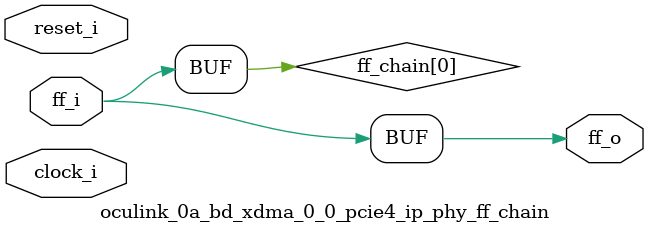
<source format=v>
/*****************************************************************************
** Description:
**    Flop Chain
**
******************************************************************************/

`timescale 1ps/1ps

`define AS_PHYREG(clk, reset, q, d, rstval)  \
   always @(posedge clk or posedge reset) begin \
      if (reset) \
         q  <= #(TCQ)   rstval;  \
      else  \
         q  <= #(TCQ)   d; \
   end

`define PHYREG(clk, reset, q, d, rstval)  \
   always @(posedge clk) begin \
      if (reset) \
         q  <= #(TCQ)   rstval;  \
      else  \
         q  <= #(TCQ)   d; \
   end

(* DowngradeIPIdentifiedWarnings = "yes" *)
module oculink_0a_bd_xdma_0_0_pcie4_ip_phy_ff_chain #(
   // Parameters
   parameter integer PIPELINE_STAGES   = 0,        // 0 = no pipeline; 1 = 1 stage; 2 = 2 stages; 3 = 3 stages
   parameter         ASYNC             = "FALSE",
   parameter integer FF_WIDTH          = 1,
   parameter integer RST_VAL           = 0,
   parameter integer TCQ               = 1
)  (   
   input  wire                         clock_i,          
   input  wire                         reset_i,           
   input  wire [FF_WIDTH-1:0]          ff_i,            
   output wire [FF_WIDTH-1:0]          ff_o        
   );

   genvar   var_i;

   reg   [FF_WIDTH-1:0]          ff_chain [PIPELINE_STAGES:0];

   always @(*) ff_chain[0] = ff_i;

generate
   if (PIPELINE_STAGES > 0) begin:  with_ff_chain
      for (var_i = 0; var_i < PIPELINE_STAGES; var_i = var_i + 1) begin: ff_chain_gen
         if (ASYNC == "TRUE") begin: async_rst
            `AS_PHYREG(clock_i, reset_i, ff_chain[var_i+1], ff_chain[var_i], RST_VAL)
         end else begin: sync_rst
            `PHYREG(clock_i, reset_i, ff_chain[var_i+1], ff_chain[var_i], RST_VAL)
         end
      end
   end
endgenerate

   assign ff_o = ff_chain[PIPELINE_STAGES];

endmodule

</source>
